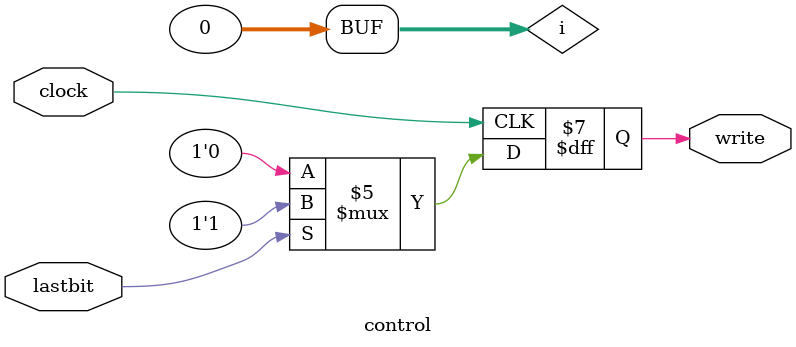
<source format=v>
module control(input lastbit, input clock, output reg write);
	integer i = 0;
	always@(posedge clock) begin
		if(lastbit == 0) begin
			write <= 0;
		end else begin
			write <= 1;
		end
	end
endmodule

</source>
